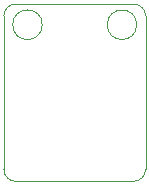
<source format=gbr>
G04 #@! TF.GenerationSoftware,KiCad,Pcbnew,(5.1.6)-1*
G04 #@! TF.CreationDate,2020-12-13T22:05:12+01:00*
G04 #@! TF.ProjectId,RS485,52533438-352e-46b6-9963-61645f706362,rev?*
G04 #@! TF.SameCoordinates,Original*
G04 #@! TF.FileFunction,Profile,NP*
%FSLAX46Y46*%
G04 Gerber Fmt 4.6, Leading zero omitted, Abs format (unit mm)*
G04 Created by KiCad (PCBNEW (5.1.6)-1) date 2020-12-13 22:05:12*
%MOMM*%
%LPD*%
G01*
G04 APERTURE LIST*
G04 #@! TA.AperFunction,Profile*
%ADD10C,0.050000*%
G04 #@! TD*
G04 APERTURE END LIST*
D10*
X151250000Y-81750000D02*
G75*
G03*
X151250000Y-81750000I-1250000J0D01*
G01*
X159250000Y-81750000D02*
G75*
G03*
X159250000Y-81750000I-1250000J0D01*
G01*
X149000000Y-95000000D02*
X159000000Y-95000000D01*
X148000000Y-81000000D02*
X148000000Y-94000000D01*
X159000000Y-80000000D02*
X149000000Y-80000000D01*
X160000000Y-94000000D02*
X160000000Y-81000000D01*
X149000000Y-95000000D02*
G75*
G02*
X148000000Y-94000000I0J1000000D01*
G01*
X148000000Y-81000000D02*
G75*
G02*
X149000000Y-80000000I1000000J0D01*
G01*
X159000000Y-80000000D02*
G75*
G02*
X160000000Y-81000000I0J-1000000D01*
G01*
X160000000Y-94000000D02*
G75*
G02*
X159000000Y-95000000I-1000000J0D01*
G01*
M02*

</source>
